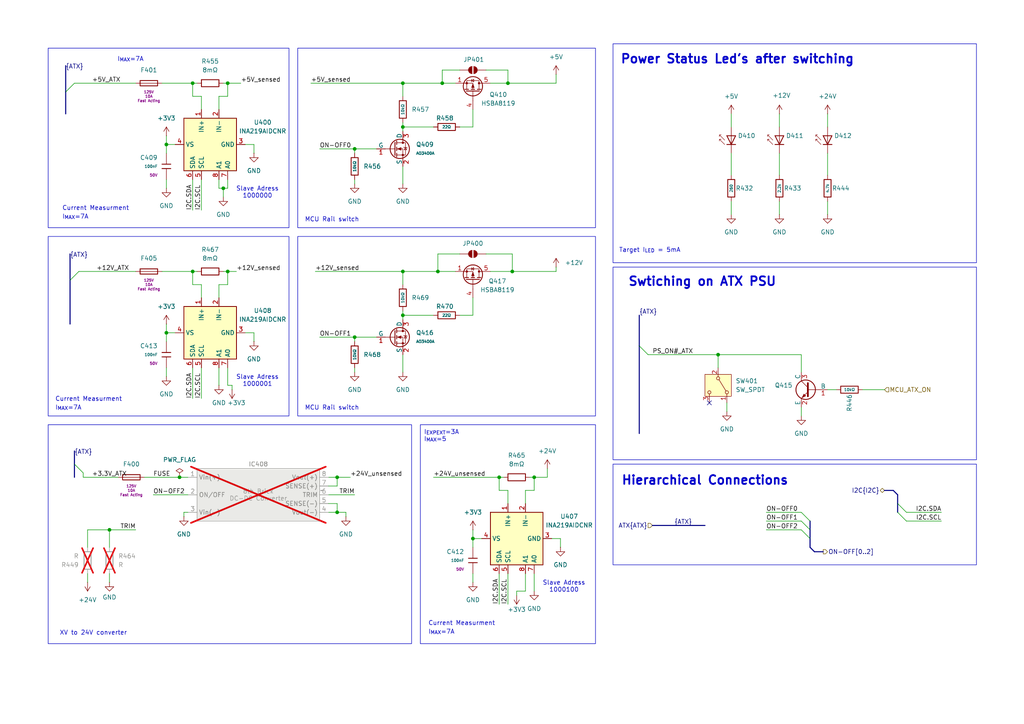
<source format=kicad_sch>
(kicad_sch (version 20250114) (generator "eeschema") (generator_version "9.0")
  (paper "A4")
  (rectangle (start 121.92 123.19) (end 172.72 186.69))
  (rectangle (start 13.97 68.58) (end 83.82 120.65))
  (rectangle (start 86.36 13.97) (end 172.72 66.04))
  (rectangle (start 86.36 68.58) (end 172.72 120.65))
  (rectangle (start 177.8 134.62) (end 283.21 163.83))
  (rectangle (start 13.97 123.19) (end 119.38 186.69))
  (rectangle (start 13.97 13.97) (end 83.82 66.04))
  (rectangle (start 177.8 77.47) (end 283.21 133.35))
  (rectangle (start 177.8 12.7) (end 283.21 76.2))
  (text "I_{MAX}=7A" (at 34.036 17.272 0) (effects (font (size 1.27 1.27)) (justify left)))
  (text "Slave Adress\n1000100" (at 163.576 170.18 0) (effects (font (size 1.27 1.27))))
  (text "Slave Adress\n1000001" (at 74.676 110.49 0) (effects (font (size 1.27 1.27))))
  (text "Slave Adress\n1000000" (at 74.676 55.88 0) (effects (font (size 1.27 1.27))))
  (text "I_{EXPEXT}=3A\nI_{MAX}=5" (at 122.936 126.492 0) (effects (font (size 1.27 1.27)) (justify left)))
  (text "MCU Rail switch\n" (at 88.392 64.516 0) (effects (font (size 1.27 1.27)) (justify left bottom)))
  (text "Target I_{LED} = 5mA" (at 188.468 72.644 0) (effects (font (size 1.27 1.27))))
  (text "I_{MAX}=7A" (at 18.034 62.992 0) (effects (font (size 1.27 1.27)) (justify left)))
  (text "Current Measurment" (at 18.034 61.214 0) (effects (font (size 1.27 1.27)) (justify left bottom)))
  (text "Power Status Led's after switching\n\n" (at 213.868 19.304 0) (effects (font (size 2.54 2.54) (thickness 0.508) (bold yes))))
  (text "I_{MAX}=7A" (at 16.002 118.364 0) (effects (font (size 1.27 1.27)) (justify left)))
  (text "Hierarchical Connections" (at 204.47 139.446 0) (effects (font (size 2.54 2.54) (thickness 0.508) (bold yes))))
  (text "Current Measurment" (at 124.206 181.61 0) (effects (font (size 1.27 1.27)) (justify left bottom)))
  (text "Current Measurment" (at 16.002 116.586 0) (effects (font (size 1.27 1.27)) (justify left bottom)))
  (text "MCU Rail switch\n" (at 88.392 119.126 0) (effects (font (size 1.27 1.27)) (justify left bottom)))
  (text "I_{MAX}=7A" (at 124.206 183.388 0) (effects (font (size 1.27 1.27)) (justify left)))
  (text "Swtiching on ATX PSU\n" (at 203.708 81.788 0) (effects (font (size 2.54 2.54) (thickness 0.508) (bold yes))))
  (text "XV to 24V converter\n" (at 17.272 184.404 0) (effects (font (size 1.27 1.27)) (justify left bottom)))
  (junction (at 116.84 91.44))
  (junction (at 97.79 138.43))
  (junction (at 154.94 138.43))
  (junction (at 116.84 24.13))
  (junction (at 55.88 78.74))
  (junction (at 148.59 78.74))
  (junction (at 48.26 96.52))
  (junction (at 137.16 156.21))
  (junction (at 147.32 24.13))
  (junction (at 116.84 36.83))
  (junction (at 52.07 138.43))
  (junction (at 64.77 54.61))
  (junction (at 102.87 97.79))
  (junction (at 97.79 148.59))
  (junction (at 55.88 24.13))
  (junction (at 31.75 153.67))
  (junction (at 48.26 41.91))
  (junction (at 127 78.74))
  (junction (at 116.84 78.74))
  (junction (at 102.87 43.18))
  (junction (at 66.04 78.74))
  (junction (at 208.28 102.87))
  (junction (at 128.27 24.13))
  (junction (at 66.04 24.13))
  (junction (at 144.78 138.43))
  (no_connect (at 205.74 116.84))
  (bus_entry (at 234.95 151.13) (size -2.54 -2.54))
  (bus_entry (at 21.59 134.62) (size 2.54 2.54))
  (bus_entry (at 260.35 146.05) (size 2.54 2.54))
  (bus_entry (at 19.05 26.67) (size 2.54 -2.54))
  (bus_entry (at 185.42 100.33) (size 2.54 2.54))
  (bus_entry (at 234.95 156.21) (size -2.54 -2.54))
  (bus_entry (at 260.35 148.59) (size 2.54 2.54))
  (bus_entry (at 20.32 81.28) (size 2.54 -2.54))
  (bus_entry (at 234.95 153.67) (size -2.54 -2.54))
  (wire (pts (xy 128.27 24.13) (xy 132.08 24.13)))
  (wire (pts (xy 262.89 148.59) (xy 273.05 148.59)))
  (wire (pts (xy 58.42 82.55) (xy 55.88 82.55)))
  (wire (pts (xy 95.25 146.05) (xy 97.79 146.05)))
  (wire (pts (xy 137.16 31.75) (xy 137.16 36.83)))
  (wire (pts (xy 64.77 54.61) (xy 66.04 54.61)))
  (wire (pts (xy 92.71 43.18) (xy 102.87 43.18)))
  (wire (pts (xy 48.26 41.91) (xy 48.26 44.45)))
  (wire (pts (xy 73.66 41.91) (xy 73.66 44.45)))
  (bus (pts (xy 185.42 91.44) (xy 185.42 100.33)))
  (wire (pts (xy 58.42 82.55) (xy 58.42 86.36)))
  (bus (pts (xy 256.54 142.24) (xy 259.08 142.24)))
  (wire (pts (xy 41.91 138.43) (xy 52.07 138.43)))
  (wire (pts (xy 48.26 93.98) (xy 48.26 96.52)))
  (wire (pts (xy 55.88 78.74) (xy 57.15 78.74)))
  (wire (pts (xy 148.59 73.66) (xy 148.59 78.74)))
  (wire (pts (xy 63.5 82.55) (xy 66.04 82.55)))
  (wire (pts (xy 97.79 146.05) (xy 97.79 148.59)))
  (wire (pts (xy 116.84 36.83) (xy 125.73 36.83)))
  (bus (pts (xy 259.08 142.24) (xy 260.35 143.51)))
  (wire (pts (xy 232.41 118.11) (xy 232.41 120.65)))
  (wire (pts (xy 53.34 148.59) (xy 54.61 148.59)))
  (wire (pts (xy 102.87 97.79) (xy 102.87 99.06)))
  (wire (pts (xy 97.79 138.43) (xy 101.6 138.43)))
  (wire (pts (xy 102.87 52.07) (xy 102.87 53.34)))
  (wire (pts (xy 100.33 148.59) (xy 100.33 149.86)))
  (wire (pts (xy 116.84 35.56) (xy 116.84 36.83)))
  (wire (pts (xy 133.35 20.32) (xy 128.27 20.32)))
  (wire (pts (xy 48.26 52.07) (xy 48.26 54.61)))
  (wire (pts (xy 31.75 153.67) (xy 31.75 158.75)))
  (wire (pts (xy 160.02 156.21) (xy 162.56 156.21)))
  (wire (pts (xy 58.42 27.94) (xy 55.88 27.94)))
  (wire (pts (xy 137.16 86.36) (xy 137.16 91.44)))
  (wire (pts (xy 154.94 138.43) (xy 158.75 138.43)))
  (wire (pts (xy 95.25 140.97) (xy 97.79 140.97)))
  (wire (pts (xy 66.04 24.13) (xy 69.85 24.13)))
  (wire (pts (xy 240.03 44.45) (xy 240.03 50.8)))
  (wire (pts (xy 149.86 172.72) (xy 149.86 171.45)))
  (bus (pts (xy 21.59 134.62) (xy 21.59 138.43)))
  (wire (pts (xy 50.8 41.91) (xy 48.26 41.91)))
  (wire (pts (xy 71.12 96.52) (xy 73.66 96.52)))
  (wire (pts (xy 63.5 82.55) (xy 63.5 86.36)))
  (bus (pts (xy 19.05 26.67) (xy 19.05 33.02)))
  (wire (pts (xy 95.25 138.43) (xy 97.79 138.43)))
  (wire (pts (xy 137.16 166.37) (xy 137.16 168.91)))
  (wire (pts (xy 55.88 24.13) (xy 55.88 27.94)))
  (wire (pts (xy 90.17 24.13) (xy 116.84 24.13)))
  (wire (pts (xy 63.5 52.07) (xy 63.5 54.61)))
  (wire (pts (xy 226.06 44.45) (xy 226.06 50.8)))
  (wire (pts (xy 262.89 151.13) (xy 273.05 151.13)))
  (wire (pts (xy 63.5 54.61) (xy 64.77 54.61)))
  (wire (pts (xy 64.77 78.74) (xy 66.04 78.74)))
  (wire (pts (xy 137.16 156.21) (xy 137.16 158.75)))
  (wire (pts (xy 102.87 97.79) (xy 109.22 97.79)))
  (wire (pts (xy 152.4 166.37) (xy 152.4 171.45)))
  (wire (pts (xy 140.97 73.66) (xy 148.59 73.66)))
  (wire (pts (xy 222.25 148.59) (xy 232.41 148.59)))
  (wire (pts (xy 58.42 52.07) (xy 58.42 60.96)))
  (wire (pts (xy 55.88 52.07) (xy 55.88 60.96)))
  (wire (pts (xy 142.24 24.13) (xy 147.32 24.13)))
  (wire (pts (xy 154.94 166.37) (xy 154.94 171.45)))
  (wire (pts (xy 97.79 148.59) (xy 100.33 148.59)))
  (wire (pts (xy 240.03 113.03) (xy 242.57 113.03)))
  (wire (pts (xy 161.29 77.47) (xy 161.29 78.74)))
  (wire (pts (xy 63.5 27.94) (xy 63.5 31.75)))
  (wire (pts (xy 116.84 91.44) (xy 116.84 92.71)))
  (wire (pts (xy 58.42 106.68) (xy 58.42 115.57)))
  (wire (pts (xy 22.86 78.74) (xy 39.37 78.74)))
  (bus (pts (xy 185.42 100.33) (xy 185.42 125.73)))
  (wire (pts (xy 95.25 148.59) (xy 97.79 148.59)))
  (wire (pts (xy 149.86 171.45) (xy 152.4 171.45)))
  (wire (pts (xy 102.87 106.68) (xy 102.87 107.95)))
  (wire (pts (xy 127 78.74) (xy 127 73.66)))
  (wire (pts (xy 144.78 166.37) (xy 144.78 175.26)))
  (wire (pts (xy 147.32 20.32) (xy 147.32 24.13)))
  (wire (pts (xy 116.84 78.74) (xy 127 78.74)))
  (wire (pts (xy 48.26 96.52) (xy 48.26 99.06)))
  (bus (pts (xy 260.35 143.51) (xy 260.35 146.05)))
  (wire (pts (xy 162.56 156.21) (xy 162.56 158.75)))
  (wire (pts (xy 97.79 140.97) (xy 97.79 138.43)))
  (wire (pts (xy 66.04 24.13) (xy 66.04 27.94)))
  (wire (pts (xy 147.32 166.37) (xy 147.32 175.26)))
  (wire (pts (xy 116.84 78.74) (xy 116.84 82.55)))
  (wire (pts (xy 212.09 44.45) (xy 212.09 50.8)))
  (wire (pts (xy 44.45 143.51) (xy 54.61 143.51)))
  (wire (pts (xy 127 78.74) (xy 132.08 78.74)))
  (wire (pts (xy 55.88 78.74) (xy 55.88 82.55)))
  (wire (pts (xy 25.4 166.37) (xy 25.4 168.91)))
  (wire (pts (xy 67.31 113.03) (xy 67.31 111.76)))
  (bus (pts (xy 234.95 151.13) (xy 234.95 153.67)))
  (wire (pts (xy 187.96 102.87) (xy 208.28 102.87)))
  (wire (pts (xy 102.87 143.51) (xy 95.25 143.51)))
  (wire (pts (xy 232.41 107.95) (xy 232.41 102.87)))
  (wire (pts (xy 226.06 58.42) (xy 226.06 62.23)))
  (wire (pts (xy 212.09 33.02) (xy 212.09 36.83)))
  (wire (pts (xy 66.04 78.74) (xy 66.04 82.55)))
  (wire (pts (xy 147.32 142.24) (xy 144.78 142.24)))
  (wire (pts (xy 212.09 58.42) (xy 212.09 62.23)))
  (wire (pts (xy 21.59 24.13) (xy 39.37 24.13)))
  (bus (pts (xy 19.05 19.05) (xy 19.05 26.67)))
  (wire (pts (xy 55.88 24.13) (xy 57.15 24.13)))
  (wire (pts (xy 127 73.66) (xy 133.35 73.66)))
  (wire (pts (xy 140.97 20.32) (xy 147.32 20.32)))
  (wire (pts (xy 154.94 138.43) (xy 154.94 142.24)))
  (bus (pts (xy 20.32 81.28) (xy 20.32 93.98)))
  (wire (pts (xy 144.78 138.43) (xy 144.78 142.24)))
  (wire (pts (xy 158.75 138.43) (xy 158.75 135.89)))
  (wire (pts (xy 48.26 39.37) (xy 48.26 41.91)))
  (bus (pts (xy 234.95 156.21) (xy 234.95 158.75)))
  (wire (pts (xy 147.32 142.24) (xy 147.32 146.05)))
  (wire (pts (xy 25.4 153.67) (xy 31.75 153.67)))
  (wire (pts (xy 116.84 90.17) (xy 116.84 91.44)))
  (wire (pts (xy 222.25 151.13) (xy 232.41 151.13)))
  (wire (pts (xy 142.24 78.74) (xy 148.59 78.74)))
  (wire (pts (xy 133.35 91.44) (xy 137.16 91.44)))
  (wire (pts (xy 66.04 78.74) (xy 68.58 78.74)))
  (wire (pts (xy 148.59 78.74) (xy 161.29 78.74)))
  (wire (pts (xy 128.27 20.32) (xy 128.27 24.13)))
  (wire (pts (xy 46.99 24.13) (xy 55.88 24.13)))
  (bus (pts (xy 234.95 153.67) (xy 234.95 156.21)))
  (wire (pts (xy 208.28 106.68) (xy 208.28 102.87)))
  (wire (pts (xy 24.13 138.43) (xy 34.29 138.43)))
  (wire (pts (xy 63.5 27.94) (xy 66.04 27.94)))
  (wire (pts (xy 67.31 111.76) (xy 66.04 111.76)))
  (wire (pts (xy 53.34 149.86) (xy 53.34 148.59)))
  (wire (pts (xy 71.12 41.91) (xy 73.66 41.91)))
  (wire (pts (xy 116.84 91.44) (xy 125.73 91.44)))
  (wire (pts (xy 152.4 142.24) (xy 154.94 142.24)))
  (wire (pts (xy 50.8 96.52) (xy 48.26 96.52)))
  (wire (pts (xy 39.37 153.67) (xy 31.75 153.67)))
  (bus (pts (xy 189.23 152.4) (xy 204.47 152.4)))
  (wire (pts (xy 139.7 156.21) (xy 137.16 156.21)))
  (wire (pts (xy 133.35 36.83) (xy 137.16 36.83)))
  (wire (pts (xy 55.88 106.68) (xy 55.88 115.57)))
  (wire (pts (xy 66.04 106.68) (xy 66.04 111.76)))
  (wire (pts (xy 116.84 36.83) (xy 116.84 38.1)))
  (bus (pts (xy 260.35 146.05) (xy 260.35 148.59)))
  (wire (pts (xy 92.71 97.79) (xy 102.87 97.79)))
  (wire (pts (xy 232.41 102.87) (xy 208.28 102.87)))
  (wire (pts (xy 161.29 21.59) (xy 161.29 24.13)))
  (wire (pts (xy 102.87 43.18) (xy 102.87 44.45)))
  (wire (pts (xy 116.84 24.13) (xy 128.27 24.13)))
  (wire (pts (xy 152.4 142.24) (xy 152.4 146.05)))
  (wire (pts (xy 210.82 116.84) (xy 210.82 119.38)))
  (wire (pts (xy 256.54 113.03) (xy 250.19 113.03)))
  (wire (pts (xy 147.32 24.13) (xy 161.29 24.13)))
  (wire (pts (xy 116.84 48.26) (xy 116.84 53.34)))
  (bus (pts (xy 236.22 160.02) (xy 234.95 158.75)))
  (bus (pts (xy 21.59 130.81) (xy 21.59 134.62)))
  (wire (pts (xy 25.4 153.67) (xy 25.4 158.75)))
  (wire (pts (xy 64.77 54.61) (xy 64.77 57.15)))
  (wire (pts (xy 48.26 106.68) (xy 48.26 109.22)))
  (wire (pts (xy 102.87 43.18) (xy 109.22 43.18)))
  (wire (pts (xy 226.06 33.02) (xy 226.06 36.83)))
  (wire (pts (xy 222.25 153.67) (xy 232.41 153.67)))
  (wire (pts (xy 63.5 106.68) (xy 63.5 111.76)))
  (wire (pts (xy 240.03 33.02) (xy 240.03 36.83)))
  (wire (pts (xy 66.04 52.07) (xy 66.04 54.61)))
  (wire (pts (xy 52.07 138.43) (xy 54.61 138.43)))
  (wire (pts (xy 31.75 166.37) (xy 31.75 168.91)))
  (wire (pts (xy 64.77 24.13) (xy 66.04 24.13)))
  (wire (pts (xy 58.42 27.94) (xy 58.42 31.75)))
  (wire (pts (xy 116.84 24.13) (xy 116.84 27.94)))
  (wire (pts (xy 137.16 153.67) (xy 137.16 156.21)))
  (wire (pts (xy 24.13 137.16) (xy 24.13 138.43)))
  (wire (pts (xy 240.03 58.42) (xy 240.03 62.23)))
  (wire (pts (xy 125.73 138.43) (xy 144.78 138.43)))
  (bus (pts (xy 20.32 73.66) (xy 20.32 81.28)))
  (bus (pts (xy 236.22 160.02) (xy 238.76 160.02)))
  (wire (pts (xy 73.66 96.52) (xy 73.66 99.06)))
  (wire (pts (xy 46.99 78.74) (xy 55.88 78.74)))
  (wire (pts (xy 144.78 138.43) (xy 146.05 138.43)))
  (wire (pts (xy 91.44 78.74) (xy 116.84 78.74)))
  (wire (pts (xy 116.84 102.87) (xy 116.84 107.95)))
  (wire (pts (xy 153.67 138.43) (xy 154.94 138.43)))
  (label "I2C.SCL" (at 147.32 175.26 90))
  (label "+5V_ATX" (at 26.67 24.13 0))
  (label "ON-OFF0" (at 222.25 148.59 0))
  (label "FUSE" (at 44.45 138.43 0))
  (label "ON-OFF0" (at 92.71 43.18 0))
  (label "+24V_unsensed" (at 101.6 138.43 0))
  (label "{ATX}" (at 19.05 20.32 0))
  (label "+24V_unsensed" (at 125.73 138.43 0))
  (label "I2C.SDA" (at 55.88 115.57 90))
  (label "+12V_ATX" (at 27.94 78.74 0))
  (label "I2C.SDA" (at 144.78 175.26 90))
  (label "{ATX}" (at 20.32 74.93 0))
  (label "ON-OFF1" (at 222.25 151.13 0))
  (label "TRIM" (at 102.87 143.51 180))
  (label "TRIM" (at 39.37 153.67 180))
  (label "I2C.SCL" (at 58.42 115.57 90))
  (label "{ATX}" (at 21.59 132.08 0))
  (label "I2C.SDA" (at 55.88 60.96 90))
  (label "+12V_sensed" (at 91.44 78.74 0))
  (label "I2C.SCL" (at 273.05 151.13 180))
  (label "+3.3V_ATX" (at 26.67 138.43 0))
  (label "+5V_sensed" (at 90.17 24.13 0))
  (label "ON-OFF1" (at 92.71 97.79 0))
  (label "+5V_sensed" (at 69.85 24.13 0))
  (label "ON-OFF2" (at 222.25 153.67 0))
  (label "PS_ON#_ATX" (at 189.23 102.87 0))
  (label "{ATX}" (at 185.42 91.44 0))
  (label "+12V_sensed" (at 68.58 78.74 0))
  (label "ON-OFF2" (at 44.45 143.51 0))
  (label "{ATX}" (at 195.58 152.4 0))
  (label "I2C.SDA" (at 273.05 148.59 180))
  (label "I2C.SCL" (at 58.42 60.96 90))
  (hierarchical_label "MCU_ATX_ON" (shape input) (at 256.54 113.03 0))
  (hierarchical_label "ATX{ATX}" (shape input) (at 189.23 152.4 180))
  (hierarchical_label "I2C{I2C}" (shape bidirectional) (at 256.54 142.24 180))
  (hierarchical_label "ON-OFF[0..2]" (shape output) (at 238.76 160.02 0))
  (symbol (lib_id "INA219AIDCNR:INA219AIDCNR") (at 60.96 96.52 90) (mirror x) (unit 1)
    (property "Reference" "U408" (at 76.2 90.0998 90))
    (property "Value" "INA219AIDCNR" (at 76.2 92.6398 90))
    (property "Footprint" "Package_TO_SOT_SMD:SOT-23-8" (effects (hide yes)))
    (property "Datasheet" "http://www.ti.com/lit/ds/symlink/ina219.pdf" (effects (hide yes)))
    (property "Description" "Zero-Drift, Bidirectional Current/Power Monitor (0-26V) With I2C Interface, SOT-23-8" (effects (hide yes)))
    (property "Manufacturer" "TI" (effects (hide yes)))
    (property "LCSC" "C87469" (effects (hide yes)))
    (property "Availability" "10482" (effects (hide yes)))
    (property "Price" "$ 0.56 / 1 pcs." (effects (hide yes)))
  )
  (symbol (lib_id "power:GND") (at 48.26 109.22 0) (unit 1)
    (property "Reference" "#PWR0532" (effects (hide yes)))
    (property "Value" "GND" (at 48.26 114.3 0))
    (property "Description" "Power symbol creates a global label with name \"GND\" , ground" (effects (hide yes)))
  )
  (symbol (lib_name "0402,10kΩ_1") (lib_id "PCM_JLCPCB-Resistors:0402,10kΩ") (at 102.87 48.26 0) (unit 1)
    (property "Reference" "R456" (at 105.41 48.2599 0) (effects (justify left)))
    (property "Value" "10kΩ" (at 102.87 48.26 90) (effects (font (size 0.8 0.8))))
    (property "Footprint" "PCM_JLCPCB:R_0402" (effects (hide yes)))
    (property "Datasheet" "https://www.lcsc.com/datasheet/lcsc_datasheet_2411221126_UNI-ROYAL-Uniroyal-Elec-0402WGF1002TCE_C25744.pdf" (effects (hide yes)))
    (property "Description" "62.5mW Thick Film Resistors 50V ±100ppm/°C ±1% 10kΩ 0402 Chip Resistor - Surface Mount ROHS" (effects (hide yes)))
    (property "LCSC" "C25744" (effects (hide yes)))
    (property "Stock" "6144808" (effects (hide yes)))
    (property "Price" "0.004USD" (effects (hide yes)))
    (property "Process" "SMT" (effects (hide yes)))
    (property "Minimum Qty" "5" (effects (hide yes)))
    (property "Attrition Qty" "10" (effects (hide yes)))
    (property "Class" "Basic Component" (effects (hide yes)))
    (property "Category" "Resistors,Chip Resistor - Surface Mount" (effects (hide yes)))
    (property "Manufacturer" "UNI-ROYAL(Uniroyal Elec)" (effects (hide yes)))
    (property "Part" "0402WGF1002TCE" (effects (hide yes)))
    (property "Resistance" "10kΩ" (effects (hide yes)))
    (property "Power(Watts)" "62.5mW" (effects (hide yes)))
    (property "Type" "Thick Film Resistors" (effects (hide yes)))
    (property "Overload Voltage (Max)" "50V" (effects (hide yes)))
    (property "Operating Temperature Range" "-55°C~+155°C" (effects (hide yes)))
    (property "Tolerance" "±1%" (effects (hide yes)))
    (property "Temperature Coefficient" "±100ppm/°C" (effects (hide yes)))
  )
  (symbol (lib_id "PCM_JLCPCB-Diodes:LED,0603,Green") (at 212.09 40.64 0) (unit 1)
    (property "Reference" "D410" (at 213.995 39.37 0) (effects (justify left)))
    (property "Value" "Green" (effects (hide yes)))
    (property "Footprint" "PCM_JLCPCB:D_0603" (effects (hide yes)))
    (property "Datasheet" "https://wmsc.lcsc.com/wmsc/upload/file/pdf/v2/lcsc/2207051802_Everlight-Elec-19-217-GHC-YR1S2-6T_C2986059.pdf" (effects (hide yes)))
    (property "Description" "0603 LED Indication - Discrete ROHS" (effects (hide yes)))
    (property "LCSC" "C2986059" (effects (hide yes)))
    (property "Stock" "229216" (effects (hide yes)))
    (property "Price" "0.022USD" (effects (hide yes)))
    (property "Process" "SMT" (effects (hide yes)))
    (property "Minimum Qty" "20" (effects (hide yes)))
    (property "Attrition Qty" "8" (effects (hide yes)))
    (property "Class" "Preferred Component" (effects (hide yes)))
    (property "Category" "Optocoupler/LED/Digital Tube/Photoelectric Device,Light Emitting Diodes (LED)" (effects (hide yes)))
    (property "Manufacturer" "Everlight Elec" (effects (hide yes)))
    (property "Part" "19-217/GHC-YR1S2/6T" (effects (hide yes)))
  )
  (symbol (lib_id "power:GND") (at 240.03 62.23 0) (unit 1)
    (property "Reference" "#PWR0422" (effects (hide yes)))
    (property "Value" "GND" (at 240.03 67.31 0))
    (property "Description" "Power symbol creates a global label with name \"GND\" , ground" (effects (hide yes)))
  )
  (symbol (lib_id "Jumper:SolderJumper_2_Open") (at 137.16 73.66 0) (unit 1) (in_bom no)
    (property "Reference" "JP400" (at 137.16 70.612 0))
    (property "Value" "SolderJumper_2_Open" (effects (hide yes)))
    (property "Footprint" "Jumper:SolderJumper-2_P1.3mm_Open_RoundedPad1.0x1.5mm" (effects (hide yes)))
    (property "Description" "Solder Jumper, 2-pole, open" (effects (hide yes)))
  )
  (symbol (lib_id "PCM_JLCPCB-Diodes:LED,0603,Green") (at 240.03 40.64 0) (unit 1)
    (property "Reference" "D412" (at 241.935 39.37 0) (effects (justify left)))
    (property "Value" "Green" (effects (hide yes)))
    (property "Footprint" "PCM_JLCPCB:D_0603" (effects (hide yes)))
    (property "Datasheet" "https://wmsc.lcsc.com/wmsc/upload/file/pdf/v2/lcsc/2207051802_Everlight-Elec-19-217-GHC-YR1S2-6T_C2986059.pdf" (effects (hide yes)))
    (property "Description" "0603 LED Indication - Discrete ROHS" (effects (hide yes)))
    (property "LCSC" "C2986059" (effects (hide yes)))
    (property "Stock" "229216" (effects (hide yes)))
    (property "Price" "0.022USD" (effects (hide yes)))
    (property "Process" "SMT" (effects (hide yes)))
    (property "Minimum Qty" "20" (effects (hide yes)))
    (property "Attrition Qty" "8" (effects (hide yes)))
    (property "Class" "Preferred Component" (effects (hide yes)))
    (property "Category" "Optocoupler/LED/Digital Tube/Photoelectric Device,Light Emitting Diodes (LED)" (effects (hide yes)))
    (property "Manufacturer" "Everlight Elec" (effects (hide yes)))
    (property "Part" "19-217/GHC-YR1S2/6T" (effects (hide yes)))
  )
  (symbol (lib_id "Device:R") (at 60.96 24.13 90) (unit 1)
    (property "Reference" "R455" (at 60.96 17.78 90))
    (property "Value" "8mΩ" (at 60.96 20.32 90))
    (property "Footprint" "PCM_JLCPCB:R_0805" (effects (hide yes)))
    (property "Datasheet" "https://jlcpcb.com/api/file/downloadByFileSystemAccessId/8589929491364945920" (effects (hide yes)))
    (property "Description" "500mW 8mΩ Current Sense Resistor Surface Mount ±1% ±150ppm/℃ 0805 Current Sense Resistors / Shunt Resistors ROHS" (effects (hide yes)))
    (property "Manufacturer" "ROHM Semicon" (effects (hide yes)))
    (property "Name" "PMR10EZPFU8L00" (effects (hide yes)))
    (property "LCSC" "C510284" (effects (hide yes)))
  )
  (symbol (lib_id "power:GND") (at 73.66 44.45 0) (mirror y) (unit 1)
    (property "Reference" "#PWR0506" (effects (hide yes)))
    (property "Value" "GND" (at 73.66 49.53 0))
    (property "Description" "Power symbol creates a global label with name \"GND\" , ground" (effects (hide yes)))
  )
  (symbol (lib_id "power:+3V3") (at 137.16 153.67 0) (unit 1)
    (property "Reference" "#PWR0521" (effects (hide yes)))
    (property "Value" "+3V3" (at 137.16 148.59 0))
    (property "Description" "Power symbol creates a global label with name \"+3V3\"" (effects (hide yes)))
  )
  (symbol (lib_id "MCAC80P06YHE3:MCAC80P06YHE3") (at 137.16 24.13 0) (mirror y) (unit 1)
    (property "Reference" "Q410" (at 144.526 27.432 0))
    (property "Value" "HSBA8119" (at 144.526 29.972 0))
    (property "Footprint" "DFN5060-8L:DFN5060-8L" (effects (hide yes)))
    (property "Datasheet" "https://www.lcsc.com/product-detail/C22359243.html" (effects (hide yes)))
    (property "Description" "80V 70A 145W 15mΩ@10V 2.5V@250uA 1 P-Channel PRPAK5x6-8L MOSFETs ROHS" (effects (hide yes)))
    (property "Manufacturer" "HUASHUO" (effects (hide yes)))
    (property "LCSC" "C22359243" (effects (hide yes)))
  )
  (symbol (lib_id "PCM_JLCPCB-Resistors:0402,22Ω") (at 129.54 91.44 90) (unit 1)
    (property "Reference" "R470" (at 129.032 88.9 90))
    (property "Value" "22Ω" (at 129.54 91.44 90) (effects (font (size 0.8 0.8))))
    (property "Footprint" "PCM_JLCPCB:R_0402" (effects (hide yes)))
    (property "Datasheet" "https://www.lcsc.com/datasheet/lcsc_datasheet_2205311900_UNI-ROYAL-Uniroyal-Elec-0402WGF220JTCE_C25092.pdf" (effects (hide yes)))
    (property "Description" "62.5mW Thick Film Resistors 50V ±1% ±100ppm/°C 22Ω 0402 Chip Resistor - Surface Mount ROHS" (effects (hide yes)))
    (property "LCSC" "C25092" (effects (hide yes)))
    (property "Stock" "1548152" (effects (hide yes)))
    (property "Price" "0.004USD" (effects (hide yes)))
    (property "Process" "SMT" (effects (hide yes)))
    (property "Minimum Qty" "20" (effects (hide yes)))
    (property "Attrition Qty" "10" (effects (hide yes)))
    (property "Class" "Basic Component" (effects (hide yes)))
    (property "Category" "Resistors,Chip Resistor - Surface Mount" (effects (hide yes)))
    (property "Manufacturer" "UNI-ROYAL(Uniroyal Elec)" (effects (hide yes)))
    (property "Part" "0402WGF220JTCE" (effects (hide yes)))
    (property "Resistance" "22Ω" (effects (hide yes)))
    (property "Power(Watts)" "62.5mW" (effects (hide yes)))
    (property "Type" "Thick Film Resistors" (effects (hide yes)))
    (property "Overload Voltage (Max)" "50V" (effects (hide yes)))
    (property "Operating Temperature Range" "-55°C~+155°C" (effects (hide yes)))
    (property "Tolerance" "±1%" (effects (hide yes)))
    (property "Temperature Coefficient" "±100ppm/°C" (effects (hide yes)))
  )
  (symbol (lib_id "power:GND") (at 226.06 62.23 0) (unit 1)
    (property "Reference" "#PWR0418" (effects (hide yes)))
    (property "Value" "GND" (at 226.06 67.31 0))
    (property "Description" "Power symbol creates a global label with name \"GND\" , ground" (effects (hide yes)))
  )
  (symbol (lib_id "power:+3V3") (at 149.86 172.72 180) (unit 1)
    (property "Reference" "#PWR0401" (effects (hide yes)))
    (property "Value" "+3V3" (at 149.86 176.784 0))
    (property "Description" "Power symbol creates a global label with name \"+3V3\"" (effects (hide yes)))
  )
  (symbol (lib_id "Jumper:SolderJumper_2_Open") (at 137.16 20.32 0) (unit 1) (in_bom no)
    (property "Reference" "JP401" (at 137.414 17.272 0))
    (property "Value" "SolderJumper_2_Open" (effects (hide yes)))
    (property "Footprint" "Jumper:SolderJumper-2_P1.3mm_Open_RoundedPad1.0x1.5mm" (effects (hide yes)))
    (property "Description" "Solder Jumper, 2-pole, open" (effects (hide yes)))
  )
  (symbol (lib_id "power:GND") (at 137.16 168.91 0) (unit 1)
    (property "Reference" "#PWR0522" (effects (hide yes)))
    (property "Value" "GND" (at 137.16 173.99 0))
    (property "Description" "Power symbol creates a global label with name \"GND\" , ground" (effects (hide yes)))
  )
  (symbol (lib_id "power:GND") (at 100.33 149.86 0) (unit 1)
    (property "Reference" "#PWR0530" (effects (hide yes)))
    (property "Value" "GND" (at 100.33 154.94 0))
    (property "Description" "Power symbol creates a global label with name \"GND\" , ground" (effects (hide yes)))
  )
  (symbol (lib_id "Device:R") (at 149.86 138.43 90) (unit 1)
    (property "Reference" "R465" (at 149.86 132.08 90))
    (property "Value" "8mΩ" (at 149.86 134.62 90))
    (property "Footprint" "PCM_JLCPCB:R_0805" (effects (hide yes)))
    (property "Datasheet" "https://jlcpcb.com/api/file/downloadByFileSystemAccessId/8589929491364945920" (effects (hide yes)))
    (property "Description" "500mW 8mΩ Current Sense Resistor Surface Mount ±1% ±150ppm/℃ 0805 Current Sense Resistors / Shunt Resistors ROHS" (effects (hide yes)))
    (property "Manufacturer" "ROHM Semicon" (effects (hide yes)))
    (property "Name" "PMR10EZPFU8L00" (effects (hide yes)))
    (property "LCSC" "C510284" (effects (hide yes)))
  )
  (symbol (lib_id "FuseCustom:JFC2410FS-2100FS") (at 38.1 138.43 270) (unit 1)
    (property "Reference" "F400" (at 38.1 134.62 90))
    (property "Value" "10A" (effects (hide yes)))
    (property "Footprint" "FuseCustom:Fuse_2410_6125" (effects (hide yes)))
    (property "Datasheet" "https://jlcpcb.com/api/file/downloadByFileSystemAccessId/8588899540782604288" (effects (hide yes)))
    (property "Description" "-55℃~+125℃ 10A 125V 125V 50A Surface Mount Fuse 2410 Disposable fuses ROHS" (effects (hide yes)))
    (property "Manufacturer" "Shenzhen JDT Fuse" (effects (hide yes)))
    (property "Name" "JFC2410FS-2100FS" (effects (hide yes)))
    (property "Package" "2410" (effects (hide yes)))
    (property "Current Trigger" "10A" (at 38.1 142.24 90) (effects (font (size 0.762 0.762))))
    (property "Voltage Rating" "125V" (at 38.1 140.97 90) (effects (font (size 0.762 0.762))))
    (property "Time Sensitivity" "Fast Acting" (at 38.1 143.51 90) (effects (font (size 0.762 0.762))))
    (property "Assembly Type" "SMT Assembly" (effects (hide yes)))
    (property "LCSC" "C136374" (effects (hide yes)))
  )
  (symbol (lib_id "Brick_Converters:8th_Brick") (at 74.93 143.51 0) (unit 1) (dnp yes)
    (property "Reference" "IC408" (at 74.93 134.62 0))
    (property "Value" "~" (at 93.345 142.24 0))
    (property "Footprint" "Brick_Converter:8th DC-DC converter" (effects (hide yes)))
    (property "Description" "Eight-Brick DC-DC Converter" (effects (hide yes)))
  )
  (symbol (lib_id "PCM_JLCPCB-Resistors:0402,22Ω") (at 129.54 36.83 90) (unit 1)
    (property "Reference" "R458" (at 129.032 34.29 90))
    (property "Value" "22Ω" (at 129.54 36.83 90) (effects (font (size 0.8 0.8))))
    (property "Footprint" "PCM_JLCPCB:R_0402" (effects (hide yes)))
    (property "Datasheet" "https://www.lcsc.com/datasheet/lcsc_datasheet_2205311900_UNI-ROYAL-Uniroyal-Elec-0402WGF220JTCE_C25092.pdf" (effects (hide yes)))
    (property "Description" "62.5mW Thick Film Resistors 50V ±1% ±100ppm/°C 22Ω 0402 Chip Resistor - Surface Mount ROHS" (effects (hide yes)))
    (property "LCSC" "C25092" (effects (hide yes)))
    (property "Stock" "1548152" (effects (hide yes)))
    (property "Price" "0.004USD" (effects (hide yes)))
    (property "Process" "SMT" (effects (hide yes)))
    (property "Minimum Qty" "20" (effects (hide yes)))
    (property "Attrition Qty" "10" (effects (hide yes)))
    (property "Class" "Basic Component" (effects (hide yes)))
    (property "Category" "Resistors,Chip Resistor - Surface Mount" (effects (hide yes)))
    (property "Manufacturer" "UNI-ROYAL(Uniroyal Elec)" (effects (hide yes)))
    (property "Part" "0402WGF220JTCE" (effects (hide yes)))
    (property "Resistance" "22Ω" (effects (hide yes)))
    (property "Power(Watts)" "62.5mW" (effects (hide yes)))
    (property "Type" "Thick Film Resistors" (effects (hide yes)))
    (property "Overload Voltage (Max)" "50V" (effects (hide yes)))
    (property "Operating Temperature Range" "-55°C~+155°C" (effects (hide yes)))
    (property "Tolerance" "±1%" (effects (hide yes)))
    (property "Temperature Coefficient" "±100ppm/°C" (effects (hide yes)))
  )
  (symbol (lib_id "MCAC80P06YHE3:MCAC80P06YHE3") (at 137.16 78.74 0) (mirror y) (unit 1)
    (property "Reference" "Q417" (at 144.272 81.534 0))
    (property "Value" "HSBA8119" (at 144.272 84.074 0))
    (property "Footprint" "DFN5060-8L:DFN5060-8L" (effects (hide yes)))
    (property "Datasheet" "https://www.lcsc.com/product-detail/C22359243.html" (effects (hide yes)))
    (property "Description" "80V 70A 145W 15mΩ@10V 2.5V@250uA 1 P-Channel PRPAK5x6-8L MOSFETs ROHS" (effects (hide yes)))
    (property "Manufacturer" "HUASHUO" (effects (hide yes)))
    (property "LCSC" "C22359243" (effects (hide yes)))
  )
  (symbol (lib_name "0402,10kΩ_1") (lib_id "PCM_JLCPCB-Resistors:0402,10kΩ") (at 116.84 31.75 0) (unit 1)
    (property "Reference" "R457" (at 119.38 31.7499 0) (effects (justify left)))
    (property "Value" "10kΩ" (at 116.84 31.75 90) (effects (font (size 0.8 0.8))))
    (property "Footprint" "PCM_JLCPCB:R_0402" (effects (hide yes)))
    (property "Datasheet" "https://www.lcsc.com/datasheet/lcsc_datasheet_2411221126_UNI-ROYAL-Uniroyal-Elec-0402WGF1002TCE_C25744.pdf" (effects (hide yes)))
    (property "Description" "62.5mW Thick Film Resistors 50V ±100ppm/°C ±1% 10kΩ 0402 Chip Resistor - Surface Mount ROHS" (effects (hide yes)))
    (property "LCSC" "C25744" (effects (hide yes)))
    (property "Stock" "6144808" (effects (hide yes)))
    (property "Price" "0.004USD" (effects (hide yes)))
    (property "Process" "SMT" (effects (hide yes)))
    (property "Minimum Qty" "5" (effects (hide yes)))
    (property "Attrition Qty" "10" (effects (hide yes)))
    (property "Class" "Basic Component" (effects (hide yes)))
    (property "Category" "Resistors,Chip Resistor - Surface Mount" (effects (hide yes)))
    (property "Manufacturer" "UNI-ROYAL(Uniroyal Elec)" (effects (hide yes)))
    (property "Part" "0402WGF1002TCE" (effects (hide yes)))
    (property "Resistance" "10kΩ" (effects (hide yes)))
    (property "Power(Watts)" "62.5mW" (effects (hide yes)))
    (property "Type" "Thick Film Resistors" (effects (hide yes)))
    (property "Overload Voltage (Max)" "50V" (effects (hide yes)))
    (property "Operating Temperature Range" "-55°C~+155°C" (effects (hide yes)))
    (property "Tolerance" "±1%" (effects (hide yes)))
    (property "Temperature Coefficient" "±100ppm/°C" (effects (hide yes)))
  )
  (symbol (lib_id "power:+24V") (at 25.4 168.91 0) (mirror x) (unit 1)
    (property "Reference" "#PWR0519" (effects (hide yes)))
    (property "Value" "+24V" (at 25.4 173.99 0))
    (property "Description" "Power symbol creates a global label with name \"+24V\"" (effects (hide yes)))
  )
  (symbol (lib_id "PCM_JLCPCB-Transistors:NMOS,AO3400A") (at 114.3 97.79 0) (unit 1)
    (property "Reference" "Q416" (at 120.65 96.5199 0) (effects (justify left)))
    (property "Value" "AO3400A" (at 120.65 99.06 0) (effects (font (size 0.8 0.8)) (justify left)))
    (property "Footprint" "PCM_JLCPCB:Q_SOT-23" (effects (hide yes)))
    (property "Datasheet" "https://www.lcsc.com/datasheet/lcsc_datasheet_1811081213_Alpha---Omega-Semicon-AO3400A_C20917.pdf" (effects (hide yes)))
    (property "Description" "30V 5.7A 26.5mΩ@10V,5.7A 1.4W 1.5V@250uA 1 N-Channel SOT-23-3L MOSFETs ROHS" (effects (hide yes)))
    (property "LCSC" "C20917" (effects (hide yes)))
    (property "Stock" "1046002" (effects (hide yes)))
    (property "Price" "0.088USD" (effects (hide yes)))
    (property "Process" "SMT" (effects (hide yes)))
    (property "Minimum Qty" "5" (effects (hide yes)))
    (property "Attrition Qty" "4" (effects (hide yes)))
    (property "Class" "Basic Component" (effects (hide yes)))
    (property "Category" "Transistors,MOSFETs" (effects (hide yes)))
    (property "Manufacturer" "Alpha & Omega Semicon" (effects (hide yes)))
    (property "Part" "AO3400A" (effects (hide yes)))
    (property "Continuous Drain Current (Id)" "5.7A" (effects (hide yes)))
    (property "Input Capacitance (Ciss@Vds)" "630pF@15V" (effects (hide yes)))
    (property "Operating Temperature" "-55°C~+150°C@(Tj)" (effects (hide yes)))
    (property "Type" "1 N-channel" (effects (hide yes)))
    (property "Drain Source Voltage (Vdss)" "30V" (effects (hide yes)))
    (property "Power Dissipation (Pd)" "1.4W" (effects (hide yes)))
    (property "Gate Threshold Voltage (Vgs(th)@Id)" "1.5V@250uA" (effects (hide yes)))
    (property "Drain Source On Resistance (RDS(on)@Vgs,Id)" "26.5mΩ@10V,5.7A" (effects (hide yes)))
    (property "Total Gate Charge (Qg@Vgs)" "7nC@4.5V" (effects (hide yes)))
  )
  (symbol (lib_id "Device:R") (at 25.4 162.56 0) (mirror x) (unit 1) (dnp yes)
    (property "Reference" "R449" (at 22.86 163.8301 0) (effects (justify right)))
    (property "Value" "R" (at 22.86 161.2901 0) (effects (justify right)))
    (property "Footprint" "PCM_JLCPCB:R_0402" (effects (hide yes)))
    (property "Description" "Resistor" (effects (hide yes)))
  )
  (symbol (lib_id "INA219AIDCNR:INA219AIDCNR") (at 60.96 41.91 90) (mirror x) (unit 1)
    (property "Reference" "U400" (at 76.2 35.4898 90))
    (property "Value" "INA219AIDCNR" (at 76.2 38.0298 90))
    (property "Footprint" "Package_TO_SOT_SMD:SOT-23-8" (effects (hide yes)))
    (property "Datasheet" "http://www.ti.com/lit/ds/symlink/ina219.pdf" (effects (hide yes)))
    (property "Description" "Zero-Drift, Bidirectional Current/Power Monitor (0-26V) With I2C Interface, SOT-23-8" (effects (hide yes)))
    (property "Manufacturer" "TI" (effects (hide yes)))
    (property "LCSC" "C87469" (effects (hide yes)))
    (property "Availability" "10482" (effects (hide yes)))
    (property "Price" "$ 0.56 / 1 pcs." (effects (hide yes)))
  )
  (symbol (lib_id "power:+3V3") (at 48.26 39.37 0) (unit 1)
    (property "Reference" "#PWR0497" (effects (hide yes)))
    (property "Value" "+3V3" (at 48.26 34.29 0))
    (property "Description" "Power symbol creates a global label with name \"+3V3\"" (effects (hide yes)))
  )
  (symbol (lib_id "power:+5V") (at 212.09 33.02 0) (unit 1)
    (property "Reference" "#PWR0469" (effects (hide yes)))
    (property "Value" "+5V" (at 212.09 27.94 0))
    (property "Description" "Power symbol creates a global label with name \"+5V\"" (effects (hide yes)))
  )
  (symbol (lib_id "power:GND") (at 102.87 107.95 0) (unit 1)
    (property "Reference" "#PWR0536" (effects (hide yes)))
    (property "Value" "GND" (at 102.87 113.03 0))
    (property "Description" "Power symbol creates a global label with name \"GND\" , ground" (effects (hide yes)))
  )
  (symbol (lib_id "power:+5V") (at 161.29 21.59 0) (unit 1)
    (property "Reference" "#PWR0509" (effects (hide yes)))
    (property "Value" "+5V" (at 161.29 16.51 0))
    (property "Description" "Power symbol creates a global label with name \"+5V\"" (effects (hide yes)))
  )
  (symbol (lib_id "PCM_JLCPCB-Transistors:NMOS,AO3400A") (at 114.3 43.18 0) (unit 1)
    (property "Reference" "Q409" (at 120.65 41.9099 0) (effects (justify left)))
    (property "Value" "AO3400A" (at 120.65 44.45 0) (effects (font (size 0.8 0.8)) (justify left)))
    (property "Footprint" "PCM_JLCPCB:Q_SOT-23" (effects (hide yes)))
    (property "Datasheet" "https://www.lcsc.com/datasheet/lcsc_datasheet_1811081213_Alpha---Omega-Semicon-AO3400A_C20917.pdf" (effects (hide yes)))
    (property "Description" "30V 5.7A 26.5mΩ@10V,5.7A 1.4W 1.5V@250uA 1 N-Channel SOT-23-3L MOSFETs ROHS" (effects (hide yes)))
    (property "LCSC" "C20917" (effects (hide yes)))
    (property "Stock" "1046002" (effects (hide yes)))
    (property "Price" "0.088USD" (effects (hide yes)))
    (property "Process" "SMT" (effects (hide yes)))
    (property "Minimum Qty" "5" (effects (hide yes)))
    (property "Attrition Qty" "4" (effects (hide yes)))
    (property "Class" "Basic Component" (effects (hide yes)))
    (property "Category" "Transistors,MOSFETs" (effects (hide yes)))
    (property "Manufacturer" "Alpha & Omega Semicon" (effects (hide yes)))
    (property "Part" "AO3400A" (effects (hide yes)))
    (property "Continuous Drain Current (Id)" "5.7A" (effects (hide yes)))
    (property "Input Capacitance (Ciss@Vds)" "630pF@15V" (effects (hide yes)))
    (property "Operating Temperature" "-55°C~+150°C@(Tj)" (effects (hide yes)))
    (property "Type" "1 N-channel" (effects (hide yes)))
    (property "Drain Source Voltage (Vdss)" "30V" (effects (hide yes)))
    (property "Power Dissipation (Pd)" "1.4W" (effects (hide yes)))
    (property "Gate Threshold Voltage (Vgs(th)@Id)" "1.5V@250uA" (effects (hide yes)))
    (property "Drain Source On Resistance (RDS(on)@Vgs,Id)" "26.5mΩ@10V,5.7A" (effects (hide yes)))
    (property "Total Gate Charge (Qg@Vgs)" "7nC@4.5V" (effects (hide yes)))
  )
  (symbol (lib_id "FuseCustom:JFC2410FS-2100FS") (at 43.18 78.74 270) (unit 1)
    (property "Reference" "F405" (at 43.18 74.93 90))
    (property "Value" "10A" (effects (hide yes)))
    (property "Footprint" "FuseCustom:Fuse_2410_6125" (effects (hide yes)))
    (property "Datasheet" "https://jlcpcb.com/api/file/downloadByFileSystemAccessId/8588899540782604288" (effects (hide yes)))
    (property "Description" "-55℃~+125℃ 10A 125V 125V 50A Surface Mount Fuse 2410 Disposable fuses ROHS" (effects (hide yes)))
    (property "Manufacturer" "Shenzhen JDT Fuse" (effects (hide yes)))
    (property "Name" "JFC2410FS-2100FS" (effects (hide yes)))
    (property "Package" "2410" (effects (hide yes)))
    (property "Current Trigger" "10A" (at 43.18 82.55 90) (effects (font (size 0.762 0.762))))
    (property "Voltage Rating" "125V" (at 43.18 81.28 90) (effects (font (size 0.762 0.762))))
    (property "Time Sensitivity" "Fast Acting" (at 43.18 83.82 90) (effects (font (size 0.762 0.762))))
    (property "Assembly Type" "SMT Assembly" (effects (hide yes)))
    (property "LCSC" "C136374" (effects (hide yes)))
  )
  (symbol (lib_id "power:GND") (at 31.75 168.91 0) (unit 1)
    (property "Reference" "#PWR0520" (effects (hide yes)))
    (property "Value" "GND" (at 31.75 173.228 0))
    (property "Description" "Power symbol creates a global label with name \"GND\" , ground" (effects (hide yes)))
  )
  (symbol (lib_id "FuseCustom:JFC2410FS-2100FS") (at 43.18 24.13 270) (unit 1)
    (property "Reference" "F401" (at 43.18 20.32 90))
    (property "Value" "10A" (effects (hide yes)))
    (property "Footprint" "FuseCustom:Fuse_2410_6125" (effects (hide yes)))
    (property "Datasheet" "https://jlcpcb.com/api/file/downloadByFileSystemAccessId/8588899540782604288" (effects (hide yes)))
    (property "Description" "-55℃~+125℃ 10A 125V 125V 50A Surface Mount Fuse 2410 Disposable fuses ROHS" (effects (hide yes)))
    (property "Manufacturer" "Shenzhen JDT Fuse" (effects (hide yes)))
    (property "Name" "JFC2410FS-2100FS" (effects (hide yes)))
    (property "Package" "2410" (effects (hide yes)))
    (property "Current Trigger" "10A" (at 43.18 27.94 90) (effects (font (size 0.762 0.762))))
    (property "Voltage Rating" "125V" (at 43.18 26.67 90) (effects (font (size 0.762 0.762))))
    (property "Time Sensitivity" "Fast Acting" (at 43.18 29.21 90) (effects (font (size 0.762 0.762))))
    (property "Assembly Type" "SMT Assembly" (effects (hide yes)))
    (property "LCSC" "C136374" (effects (hide yes)))
  )
  (symbol (lib_id "Device:R") (at 60.96 78.74 90) (unit 1)
    (property "Reference" "R467" (at 60.96 72.39 90))
    (property "Value" "8mΩ" (at 60.96 74.93 90))
    (property "Footprint" "PCM_JLCPCB:R_0805" (effects (hide yes)))
    (property "Datasheet" "https://jlcpcb.com/api/file/downloadByFileSystemAccessId/8589929491364945920" (effects (hide yes)))
    (property "Description" "500mW 8mΩ Current Sense Resistor Surface Mount ±1% ±150ppm/℃ 0805 Current Sense Resistors / Shunt Resistors ROHS" (effects (hide yes)))
    (property "Manufacturer" "ROHM Semicon" (effects (hide yes)))
    (property "Name" "PMR10EZPFU8L00" (effects (hide yes)))
    (property "LCSC" "C510284" (effects (hide yes)))
  )
  (symbol (lib_id "power:+24V") (at 240.03 33.02 0) (unit 1)
    (property "Reference" "#PWR0471" (effects (hide yes)))
    (property "Value" "+24V" (at 240.03 27.94 0))
    (property "Description" "Power symbol creates a global label with name \"+24V\"" (effects (hide yes)))
  )
  (symbol (lib_id "PCM_JLCPCB-Resistors:0402,10kΩ") (at 212.09 54.61 0) (unit 1)
    (property "Reference" "R432" (at 213.36 54.61 0) (effects (justify left)))
    (property "Value" "260" (at 212.09 54.61 90) (effects (font (size 0.8 0.8))))
    (property "Footprint" "PCM_JLCPCB:R_0402" (effects (hide yes)))
    (property "Datasheet" "https://www.lcsc.com/datasheet/lcsc_datasheet_2411221126_UNI-ROYAL-Uniroyal-Elec-0402WGF1002TCE_C25744.pdf" (effects (hide yes)))
    (property "Description" "62.5mW Thick Film Resistors 50V ±100ppm/°C ±1% 10kΩ 0402 Chip Resistor - Surface Mount ROHS" (effects (hide yes)))
    (property "LCSC" "C25744" (effects (hide yes)))
    (property "Stock" "24372091" (effects (hide yes)))
    (property "Price" "0.004USD" (effects (hide yes)))
    (property "Process" "SMT" (effects (hide yes)))
    (property "Minimum Qty" "20" (effects (hide yes)))
    (property "Attrition Qty" "10" (effects (hide yes)))
    (property "Class" "Basic Component" (effects (hide yes)))
    (property "Category" "Resistors,Chip Resistor - Surface Mount" (effects (hide yes)))
    (property "Manufacturer" "UNI-ROYAL(Uniroyal Elec)" (effects (hide yes)))
    (property "Part" "0402WGF1002TCE" (effects (hide yes)))
    (property "Resistance" "10kΩ" (effects (hide yes)))
    (property "Power(Watts)" "62.5mW" (effects (hide yes)))
    (property "Type" "Thick Film Resistors" (effects (hide yes)))
    (property "Overload Voltage (Max)" "50V" (effects (hide yes)))
    (property "Operating Temperature Range" "-55°C~+155°C" (effects (hide yes)))
    (property "Tolerance" "±1%" (effects (hide yes)))
    (property "Temperature Coefficient" "±100ppm/°C" (effects (hide yes)))
  )
  (symbol (lib_id "power:GND") (at 212.09 62.23 0) (unit 1)
    (property "Reference" "#PWR0417" (effects (hide yes)))
    (property "Value" "GND" (at 212.09 67.31 0))
    (property "Description" "Power symbol creates a global label with name \"GND\" , ground" (effects (hide yes)))
  )
  (symbol (lib_id "PCM_JLCPCB-Capacitors:0402,100nF,(2)") (at 48.26 48.26 0) (unit 1)
    (property "Reference" "C409" (at 45.72 45.7199 0) (effects (justify right)))
    (property "Value" "100nF" (at 45.72 48.26 0) (effects (font (size 0.8 0.8)) (justify right)))
    (property "Footprint" "PCM_JLCPCB:C_0402" (effects (hide yes)))
    (property "Datasheet" "https://www.lcsc.com/datasheet/lcsc_datasheet_2304140030_Samsung-Electro-Mechanics-CL05B104KB54PNC_C307331.pdf" (effects (hide yes)))
    (property "Description" "50V 100nF X7R ±10% 0402 Multilayer Ceramic Capacitors MLCC - SMD/SMT ROHS" (effects (hide yes)))
    (property "LCSC" "C307331" (effects (hide yes)))
    (property "Stock" "8389599" (effects (hide yes)))
    (property "Price" "0.008USD" (effects (hide yes)))
    (property "Process" "SMT" (effects (hide yes)))
    (property "Minimum Qty" "20" (effects (hide yes)))
    (property "Attrition Qty" "10" (effects (hide yes)))
    (property "Class" "Basic Component" (effects (hide yes)))
    (property "Category" "Capacitors,Multilayer Ceramic Capacitors MLCC - SMD/SMT" (effects (hide yes)))
    (property "Manufacturer" "Samsung Electro-Mechanics" (effects (hide yes)))
    (property "Part" "CL05B104KB54PNC" (effects (hide yes)))
    (property "Voltage Rated" "50V" (at 45.72 50.8 0) (effects (font (size 0.8 0.8)) (justify right)))
    (property "Tolerance" "±10%" (effects (hide yes)))
    (property "Capacitance" "100nF" (effects (hide yes)))
    (property "Temperature Coefficient" "X7R" (effects (hide yes)))
  )
  (symbol (lib_id "power:GND") (at 154.94 171.45 0) (unit 1)
    (property "Reference" "#PWR0523" (effects (hide yes)))
    (property "Value" "GND" (at 154.94 176.53 0))
    (property "Description" "Power symbol creates a global label with name \"GND\" , ground" (effects (hide yes)))
  )
  (symbol (lib_id "power:GND") (at 116.84 107.95 0) (unit 1)
    (property "Reference" "#PWR0537" (effects (hide yes)))
    (property "Value" "GND" (at 116.84 113.03 0))
    (property "Description" "Power symbol creates a global label with name \"GND\" , ground" (effects (hide yes)))
  )
  (symbol (lib_id "power:+5V") (at 161.29 77.47 0) (unit 1)
    (property "Reference" "#PWR0535" (effects (hide yes)))
    (property "Value" "+12V" (at 163.83 76.1999 0) (effects (justify left)))
    (property "Description" "Power symbol creates a global label with name \"+5V\"" (effects (hide yes)))
  )
  (symbol (lib_id "INA219AIDCNR:INA219AIDCNR") (at 149.86 156.21 90) (mirror x) (unit 1)
    (property "Reference" "U407" (at 165.1 149.7898 90))
    (property "Value" "INA219AIDCNR" (at 165.1 152.3298 90))
    (property "Footprint" "Package_TO_SOT_SMD:SOT-23-8" (effects (hide yes)))
    (property "Datasheet" "http://www.ti.com/lit/ds/symlink/ina219.pdf" (effects (hide yes)))
    (property "Description" "Zero-Drift, Bidirectional Current/Power Monitor (0-26V) With I2C Interface, SOT-23-8" (effects (hide yes)))
    (property "Manufacturer" "TI" (effects (hide yes)))
    (property "LCSC" "C87469" (effects (hide yes)))
    (property "Availability" "10482" (effects (hide yes)))
    (property "Price" "$ 0.56 / 1 pcs." (effects (hide yes)))
  )
  (symbol (lib_id "power:+5V") (at 226.06 33.02 0) (unit 1)
    (property "Reference" "#PWR0470" (effects (hide yes)))
    (property "Value" "+12V" (at 224.028 27.686 0) (effects (justify left)))
    (property "Description" "Power symbol creates a global label with name \"+5V\"" (effects (hide yes)))
  )
  (symbol (lib_id "power:GND") (at 48.26 54.61 0) (unit 1)
    (property "Reference" "#PWR0498" (effects (hide yes)))
    (property "Value" "GND" (at 48.26 59.69 0))
    (property "Description" "Power symbol creates a global label with name \"GND\" , ground" (effects (hide yes)))
  )
  (symbol (lib_id "PCM_JLCPCB-Resistors:0402,10kΩ") (at 226.06 54.61 0) (unit 1)
    (property "Reference" "R433" (at 227.33 54.61 0) (effects (justify left)))
    (property "Value" "2.2k" (at 226.06 54.61 90) (effects (font (size 0.8 0.8))))
    (property "Footprint" "PCM_JLCPCB:R_0402" (effects (hide yes)))
    (property "Datasheet" "https://www.lcsc.com/datasheet/lcsc_datasheet_2411221126_UNI-ROYAL-Uniroyal-Elec-0402WGF1002TCE_C25744.pdf" (effects (hide yes)))
    (property "Description" "62.5mW Thick Film Resistors 50V ±100ppm/°C ±1% 10kΩ 0402 Chip Resistor - Surface Mount ROHS" (effects (hide yes)))
    (property "LCSC" "C25744" (effects (hide yes)))
    (property "Stock" "24372091" (effects (hide yes)))
    (property "Price" "0.004USD" (effects (hide yes)))
    (property "Process" "SMT" (effects (hide yes)))
    (property "Minimum Qty" "20" (effects (hide yes)))
    (property "Attrition Qty" "10" (effects (hide yes)))
    (property "Class" "Basic Component" (effects (hide yes)))
    (property "Category" "Resistors,Chip Resistor - Surface Mount" (effects (hide yes)))
    (property "Manufacturer" "UNI-ROYAL(Uniroyal Elec)" (effects (hide yes)))
    (property "Part" "0402WGF1002TCE" (effects (hide yes)))
    (property "Resistance" "10kΩ" (effects (hide yes)))
    (property "Power(Watts)" "62.5mW" (effects (hide yes)))
    (property "Type" "Thick Film Resistors" (effects (hide yes)))
    (property "Overload Voltage (Max)" "50V" (effects (hide yes)))
    (property "Operating Temperature Range" "-55°C~+155°C" (effects (hide yes)))
    (property "Tolerance" "±1%" (effects (hide yes)))
    (property "Temperature Coefficient" "±100ppm/°C" (effects (hide yes)))
  )
  (symbol (lib_id "power:+3V3") (at 48.26 93.98 0) (unit 1)
    (property "Reference" "#PWR0531" (effects (hide yes)))
    (property "Value" "+3V3" (at 48.26 88.9 0))
    (property "Description" "Power symbol creates a global label with name \"+3V3\"" (effects (hide yes)))
  )
  (symbol (lib_name "0402,10kΩ_1") (lib_id "PCM_JLCPCB-Resistors:0402,10kΩ") (at 102.87 102.87 0) (unit 1)
    (property "Reference" "R468" (at 105.41 102.8699 0) (effects (justify left)))
    (property "Value" "10kΩ" (at 102.87 102.87 90) (effects (font (size 0.8 0.8))))
    (property "Footprint" "PCM_JLCPCB:R_0402" (effects (hide yes)))
    (property "Datasheet" "https://www.lcsc.com/datasheet/lcsc_datasheet_2411221126_UNI-ROYAL-Uniroyal-Elec-0402WGF1002TCE_C25744.pdf" (effects (hide yes)))
    (property "Description" "62.5mW Thick Film Resistors 50V ±100ppm/°C ±1% 10kΩ 0402 Chip Resistor - Surface Mount ROHS" (effects (hide yes)))
    (property "LCSC" "C25744" (effects (hide yes)))
    (property "Stock" "6144808" (effects (hide yes)))
    (property "Price" "0.004USD" (effects (hide yes)))
    (property "Process" "SMT" (effects (hide yes)))
    (property "Minimum Qty" "5" (effects (hide yes)))
    (property "Attrition Qty" "10" (effects (hide yes)))
    (property "Class" "Basic Component" (effects (hide yes)))
    (property "Category" "Resistors,Chip Resistor - Surface Mount" (effects (hide yes)))
    (property "Manufacturer" "UNI-ROYAL(Uniroyal Elec)" (effects (hide yes)))
    (property "Part" "0402WGF1002TCE" (effects (hide yes)))
    (property "Resistance" "10kΩ" (effects (hide yes)))
    (property "Power(Watts)" "62.5mW" (effects (hide yes)))
    (property "Type" "Thick Film Resistors" (effects (hide yes)))
    (property "Overload Voltage (Max)" "50V" (effects (hide yes)))
    (property "Operating Temperature Range" "-55°C~+155°C" (effects (hide yes)))
    (property "Tolerance" "±1%" (effects (hide yes)))
    (property "Temperature Coefficient" "±100ppm/°C" (effects (hide yes)))
  )
  (symbol (lib_id "power:GND") (at 162.56 158.75 0) (mirror y) (unit 1)
    (property "Reference" "#PWR0524" (effects (hide yes)))
    (property "Value" "GND" (at 162.56 163.83 0))
    (property "Description" "Power symbol creates a global label with name \"GND\" , ground" (effects (hide yes)))
  )
  (symbol (lib_id "power:GND") (at 210.82 119.38 0) (mirror y) (unit 1)
    (property "Reference" "#PWR0406" (effects (hide yes)))
    (property "Value" "GND" (at 210.82 124.46 0))
    (property "Description" "Power symbol creates a global label with name \"GND\" , ground" (effects (hide yes)))
  )
  (symbol (lib_id "power:+3V3") (at 67.31 113.03 180) (unit 1)
    (property "Reference" "#PWR0400" (effects (hide yes)))
    (property "Value" "+3V3" (at 68.58 116.84 0))
    (property "Description" "Power symbol creates a global label with name \"+3V3\"" (effects (hide yes)))
  )
  (symbol (lib_id "power:GND") (at 53.34 149.86 0) (unit 1)
    (property "Reference" "#PWR0528" (effects (hide yes)))
    (property "Value" "GND" (at 53.34 154.94 0))
    (property "Description" "Power symbol creates a global label with name \"GND\" , ground" (effects (hide yes)))
  )
  (symbol (lib_id "Device:R") (at 31.75 162.56 180) (unit 1) (dnp yes)
    (property "Reference" "R464" (at 34.29 161.2899 0) (effects (justify right)))
    (property "Value" "R" (at 34.29 163.8299 0) (effects (justify right)))
    (property "Footprint" "PCM_JLCPCB:R_0402" (effects (hide yes)))
    (property "Description" "Resistor" (effects (hide yes)))
  )
  (symbol (lib_id "power:PWR_FLAG") (at 52.07 138.43 0) (unit 1)
    (property "Reference" "#FLG0406" (effects (hide yes)))
    (property "Value" "PWR_FLAG" (at 52.07 133.35 0))
    (property "Description" "Special symbol for telling ERC where power comes from" (effects (hide yes)))
  )
  (symbol (lib_id "power:GND") (at 63.5 111.76 0) (unit 1)
    (property "Reference" "#PWR0533" (effects (hide yes)))
    (property "Value" "GND" (at 63.5 116.84 0))
    (property "Description" "Power symbol creates a global label with name \"GND\" , ground" (effects (hide yes)))
  )
  (symbol (lib_id "power:+24V") (at 158.75 135.89 0) (unit 1)
    (property "Reference" "#PWR0529" (effects (hide yes)))
    (property "Value" "+24V" (at 158.75 130.81 0))
    (property "Description" "Power symbol creates a global label with name \"+24V\"" (effects (hide yes)))
  )
  (symbol (lib_id "PCM_JLCPCB-Resistors:0402,10kΩ") (at 246.38 113.03 270) (unit 1)
    (property "Reference" "R446" (at 246.38 114.3 0) (effects (justify left)))
    (property "Value" "10kΩ" (at 246.38 113.03 90) (effects (font (size 0.8 0.8))))
    (property "Footprint" "PCM_JLCPCB:R_0402" (effects (hide yes)))
    (property "Datasheet" "https://www.lcsc.com/datasheet/lcsc_datasheet_2411221126_UNI-ROYAL-Uniroyal-Elec-0402WGF1002TCE_C25744.pdf" (effects (hide yes)))
    (property "Description" "62.5mW Thick Film Resistors 50V ±100ppm/°C ±1% 10kΩ 0402 Chip Resistor - Surface Mount ROHS" (effects (hide yes)))
    (property "LCSC" "C25744" (effects (hide yes)))
    (property "Stock" "24372091" (effects (hide yes)))
    (property "Price" "0.004USD" (effects (hide yes)))
    (property "Process" "SMT" (effects (hide yes)))
    (property "Minimum Qty" "20" (effects (hide yes)))
    (property "Attrition Qty" "10" (effects (hide yes)))
    (property "Class" "Basic Component" (effects (hide yes)))
    (property "Category" "Resistors,Chip Resistor - Surface Mount" (effects (hide yes)))
    (property "Manufacturer" "UNI-ROYAL(Uniroyal Elec)" (effects (hide yes)))
    (property "Part" "0402WGF1002TCE" (effects (hide yes)))
    (property "Resistance" "10kΩ" (effects (hide yes)))
    (property "Power(Watts)" "62.5mW" (effects (hide yes)))
    (property "Type" "Thick Film Resistors" (effects (hide yes)))
    (property "Overload Voltage (Max)" "50V" (effects (hide yes)))
    (property "Operating Temperature Range" "-55°C~+155°C" (effects (hide yes)))
    (property "Tolerance" "±1%" (effects (hide yes)))
    (property "Temperature Coefficient" "±100ppm/°C" (effects (hide yes)))
  )
  (symbol (lib_id "PCM_JLCPCB-Diodes:LED,0603,Green") (at 226.06 40.64 0) (unit 1)
    (property "Reference" "D411" (at 227.965 39.37 0) (effects (justify left)))
    (property "Value" "Green" (effects (hide yes)))
    (property "Footprint" "PCM_JLCPCB:D_0603" (effects (hide yes)))
    (property "Datasheet" "https://wmsc.lcsc.com/wmsc/upload/file/pdf/v2/lcsc/2207051802_Everlight-Elec-19-217-GHC-YR1S2-6T_C2986059.pdf" (effects (hide yes)))
    (property "Description" "0603 LED Indication - Discrete ROHS" (effects (hide yes)))
    (property "LCSC" "C2986059" (effects (hide yes)))
    (property "Stock" "229216" (effects (hide yes)))
    (property "Price" "0.022USD" (effects (hide yes)))
    (property "Process" "SMT" (effects (hide yes)))
    (property "Minimum Qty" "20" (effects (hide yes)))
    (property "Attrition Qty" "8" (effects (hide yes)))
    (property "Class" "Preferred Component" (effects (hide yes)))
    (property "Category" "Optocoupler/LED/Digital Tube/Photoelectric Device,Light Emitting Diodes (LED)" (effects (hide yes)))
    (property "Manufacturer" "Everlight Elec" (effects (hide yes)))
    (property "Part" "19-217/GHC-YR1S2/6T" (effects (hide yes)))
  )
  (symbol (lib_name "0402,10kΩ_1") (lib_id "PCM_JLCPCB-Resistors:0402,10kΩ") (at 116.84 86.36 0) (unit 1)
    (property "Reference" "R469" (at 119.38 86.3599 0) (effects (justify left)))
    (property "Value" "10kΩ" (at 116.84 86.36 90) (effects (font (size 0.8 0.8))))
    (property "Footprint" "PCM_JLCPCB:R_0402" (effects (hide yes)))
    (property "Datasheet" "https://www.lcsc.com/datasheet/lcsc_datasheet_2411221126_UNI-ROYAL-Uniroyal-Elec-0402WGF1002TCE_C25744.pdf" (effects (hide yes)))
    (property "Description" "62.5mW Thick Film Resistors 50V ±100ppm/°C ±1% 10kΩ 0402 Chip Resistor - Surface Mount ROHS" (effects (hide yes)))
    (property "LCSC" "C25744" (effects (hide yes)))
    (property "Stock" "6144808" (effects (hide yes)))
    (property "Price" "0.004USD" (effects (hide yes)))
    (property "Process" "SMT" (effects (hide yes)))
    (property "Minimum Qty" "5" (effects (hide yes)))
    (property "Attrition Qty" "10" (effects (hide yes)))
    (property "Class" "Basic Component" (effects (hide yes)))
    (property "Category" "Resistors,Chip Resistor - Surface Mount" (effects (hide yes)))
    (property "Manufacturer" "UNI-ROYAL(Uniroyal Elec)" (effects (hide yes)))
    (property "Part" "0402WGF1002TCE" (effects (hide yes)))
    (property "Resistance" "10kΩ" (effects (hide yes)))
    (property "Power(Watts)" "62.5mW" (effects (hide yes)))
    (property "Type" "Thick Film Resistors" (effects (hide yes)))
    (property "Overload Voltage (Max)" "50V" (effects (hide yes)))
    (property "Operating Temperature Range" "-55°C~+155°C" (effects (hide yes)))
    (property "Tolerance" "±1%" (effects (hide yes)))
    (property "Temperature Coefficient" "±100ppm/°C" (effects (hide yes)))
  )
  (symbol (lib_id "power:GND") (at 232.41 120.65 0) (mirror y) (unit 1)
    (property "Reference" "#PWR0427" (effects (hide yes)))
    (property "Value" "GND" (at 232.41 125.73 0))
    (property "Description" "Power symbol creates a global label with name \"GND\" , ground" (effects (hide yes)))
  )
  (symbol (lib_id "power:GND") (at 64.77 57.15 0) (unit 1)
    (property "Reference" "#PWR0499" (effects (hide yes)))
    (property "Value" "GND" (at 64.77 62.23 0))
    (property "Description" "Power symbol creates a global label with name \"GND\" , ground" (effects (hide yes)))
  )
  (symbol (lib_id "power:GND") (at 73.66 99.06 0) (mirror y) (unit 1)
    (property "Reference" "#PWR0534" (effects (hide yes)))
    (property "Value" "GND" (at 73.66 104.14 0))
    (property "Description" "Power symbol creates a global label with name \"GND\" , ground" (effects (hide yes)))
  )
  (symbol (lib_id "PCM_JLCPCB-Resistors:0402,10kΩ") (at 240.03 54.61 0) (unit 1)
    (property "Reference" "R444" (at 241.3 54.61 0) (effects (justify left)))
    (property "Value" "4.7k" (at 240.03 54.61 90) (effects (font (size 0.8 0.8))))
    (property "Footprint" "PCM_JLCPCB:R_0402" (effects (hide yes)))
    (property "Datasheet" "https://www.lcsc.com/datasheet/lcsc_datasheet_2411221126_UNI-ROYAL-Uniroyal-Elec-0402WGF1002TCE_C25744.pdf" (effects (hide yes)))
    (property "Description" "62.5mW Thick Film Resistors 50V ±100ppm/°C ±1% 10kΩ 0402 Chip Resistor - Surface Mount ROHS" (effects (hide yes)))
    (property "LCSC" "C25744" (effects (hide yes)))
    (property "Stock" "24372091" (effects (hide yes)))
    (property "Price" "0.004USD" (effects (hide yes)))
    (property "Process" "SMT" (effects (hide yes)))
    (property "Minimum Qty" "20" (effects (hide yes)))
    (property "Attrition Qty" "10" (effects (hide yes)))
    (property "Class" "Basic Component" (effects (hide yes)))
    (property "Category" "Resistors,Chip Resistor - Surface Mount" (effects (hide yes)))
    (property "Manufacturer" "UNI-ROYAL(Uniroyal Elec)" (effects (hide yes)))
    (property "Part" "0402WGF1002TCE" (effects (hide yes)))
    (property "Resistance" "10kΩ" (effects (hide yes)))
    (property "Power(Watts)" "62.5mW" (effects (hide yes)))
    (property "Type" "Thick Film Resistors" (effects (hide yes)))
    (property "Overload Voltage (Max)" "50V" (effects (hide yes)))
    (property "Operating Temperature Range" "-55°C~+155°C" (effects (hide yes)))
    (property "Tolerance" "±1%" (effects (hide yes)))
    (property "Temperature Coefficient" "±100ppm/°C" (effects (hide yes)))
  )
  (symbol (lib_id "PCM_JLCPCB-Capacitors:0402,100nF,(2)") (at 48.26 102.87 0) (unit 1)
    (property "Reference" "C413" (at 45.72 100.3299 0) (effects (justify right)))
    (property "Value" "100nF" (at 45.72 102.87 0) (effects (font (size 0.8 0.8)) (justify right)))
    (property "Footprint" "PCM_JLCPCB:C_0402" (effects (hide yes)))
    (property "Datasheet" "https://www.lcsc.com/datasheet/lcsc_datasheet_2304140030_Samsung-Electro-Mechanics-CL05B104KB54PNC_C307331.pdf" (effects (hide yes)))
    (property "Description" "50V 100nF X7R ±10% 0402 Multilayer Ceramic Capacitors MLCC - SMD/SMT ROHS" (effects (hide yes)))
    (property "LCSC" "C307331" (effects (hide yes)))
    (property "Stock" "8389599" (effects (hide yes)))
    (property "Price" "0.008USD" (effects (hide yes)))
    (property "Process" "SMT" (effects (hide yes)))
    (property "Minimum Qty" "20" (effects (hide yes)))
    (property "Attrition Qty" "10" (effects (hide yes)))
    (property "Class" "Basic Component" (effects (hide yes)))
    (property "Category" "Capacitors,Multilayer Ceramic Capacitors MLCC - SMD/SMT" (effects (hide yes)))
    (property "Manufacturer" "Samsung Electro-Mechanics" (effects (hide yes)))
    (property "Part" "CL05B104KB54PNC" (effects (hide yes)))
    (property "Voltage Rated" "50V" (at 45.72 105.41 0) (effects (font (size 0.8 0.8)) (justify right)))
    (property "Tolerance" "±10%" (effects (hide yes)))
    (property "Capacitance" "100nF" (effects (hide yes)))
    (property "Temperature Coefficient" "X7R" (effects (hide yes)))
  )
  (symbol (lib_id "PCM_JLCPCB-Transistors:NPN,MMBT5551") (at 234.95 113.03 0) (mirror y) (unit 1)
    (property "Reference" "Q415" (at 229.87 111.7599 0) (effects (justify left)))
    (property "Value" "MMBT5551" (effects (hide yes)))
    (property "Footprint" "PCM_JLCPCB:Q_SOT-23" (effects (hide yes)))
    (property "Datasheet" "https://www.lcsc.com/datasheet/lcsc_datasheet_2407261641_MDD-Microdiode-Semiconductor-MMBT5551_C408396.pdf" (effects (hide yes)))
    (property "Description" "160V 300mW 100@10mA,5V 600mA NPN SOT-23 Bipolar (BJT) ROHS" (effects (hide yes)))
    (property "LCSC" "C408396" (effects (hide yes)))
    (property "Stock" "75565" (effects (hide yes)))
    (property "Price" "0.016USD" (effects (hide yes)))
    (property "Process" "SMT" (effects (hide yes)))
    (property "Minimum Qty" "10" (effects (hide yes)))
    (property "Attrition Qty" "5" (effects (hide yes)))
    (property "Class" "Preferred Component" (effects (hide yes)))
    (property "Category" "Transistors,Bipolar Transistors - BJT" (effects (hide yes)))
    (property "Manufacturer" "MDD（Microdiode Electronics）" (effects (hide yes)))
    (property "Part" "MMBT5551" (effects (hide yes)))
    (property "Transition Frequency (fT)" "300MHz" (effects (hide yes)))
    (property "Operating Temperature" "-55°C~+150°C" (effects (hide yes)))
    (property "Collector Cut-Off Current (Icbo)" "50nA" (effects (hide yes)))
    (property "Transistor Type" "NPN" (effects (hide yes)))
    (property "DC Current Gain (hFE@Ic,Vce)" "80@1mA,5V" (effects (hide yes)))
    (property "Power Dissipation (Pd)" "300mW" (effects (hide yes)))
    (property "Collector Current (Ic)" "600mA" (effects (hide yes)))
    (property "Collector-Emitter Saturation Voltage (VCE(sat)@Ic,Ib)" "150mV@10mA,1mA" (effects (hide yes)))
    (property "Collector-Emitter Breakdown Voltage (Vceo)" "160V" (effects (hide yes)))
  )
  (symbol (lib_id "power:GND") (at 102.87 53.34 0) (unit 1)
    (property "Reference" "#PWR0507" (effects (hide yes)))
    (property "Value" "GND" (at 102.87 58.42 0))
    (property "Description" "Power symbol creates a global label with name \"GND\" , ground" (effects (hide yes)))
  )
  (symbol (lib_id "Switch:SW_SPDT") (at 208.28 111.76 270) (unit 1)
    (property "Reference" "SW401" (at 213.36 110.4899 90) (effects (justify left)))
    (property "Value" "SW_SPDT" (at 213.36 113.0299 90) (effects (justify left)))
    (property "Footprint" "Button_Switch_THT:SW_Slide-03_Wuerth-WS-SLTV_10x2.5x6.4_P2.54mm" (effects (hide yes)))
    (property "Description" "Switch, single pole double throw" (effects (hide yes)))
  )
  (symbol (lib_id "PCM_JLCPCB-Capacitors:0402,100nF,(2)") (at 137.16 162.56 0) (unit 1)
    (property "Reference" "C412" (at 134.62 160.0199 0) (effects (justify right)))
    (property "Value" "100nF" (at 134.62 162.56 0) (effects (font (size 0.8 0.8)) (justify right)))
    (property "Footprint" "PCM_JLCPCB:C_0402" (effects (hide yes)))
    (property "Datasheet" "https://www.lcsc.com/datasheet/lcsc_datasheet_2304140030_Samsung-Electro-Mechanics-CL05B104KB54PNC_C307331.pdf" (effects (hide yes)))
    (property "Description" "50V 100nF X7R ±10% 0402 Multilayer Ceramic Capacitors MLCC - SMD/SMT ROHS" (effects (hide yes)))
    (property "LCSC" "C307331" (effects (hide yes)))
    (property "Stock" "8389599" (effects (hide yes)))
    (property "Price" "0.008USD" (effects (hide yes)))
    (property "Process" "SMT" (effects (hide yes)))
    (property "Minimum Qty" "20" (effects (hide yes)))
    (property "Attrition Qty" "10" (effects (hide yes)))
    (property "Class" "Basic Component" (effects (hide yes)))
    (property "Category" "Capacitors,Multilayer Ceramic Capacitors MLCC - SMD/SMT" (effects (hide yes)))
    (property "Manufacturer" "Samsung Electro-Mechanics" (effects (hide yes)))
    (property "Part" "CL05B104KB54PNC" (effects (hide yes)))
    (property "Voltage Rated" "50V" (at 134.62 165.1 0) (effects (font (size 0.8 0.8)) (justify right)))
    (property "Tolerance" "±10%" (effects (hide yes)))
    (property "Capacitance" "100nF" (effects (hide yes)))
    (property "Temperature Coefficient" "X7R" (effects (hide yes)))
  )
  (symbol (lib_id "power:GND") (at 116.84 53.34 0) (unit 1)
    (property "Reference" "#PWR0508" (effects (hide yes)))
    (property "Value" "GND" (at 116.84 58.42 0))
    (property "Description" "Power symbol creates a global label with name \"GND\" , ground" (effects (hide yes)))
  )
)
</source>
